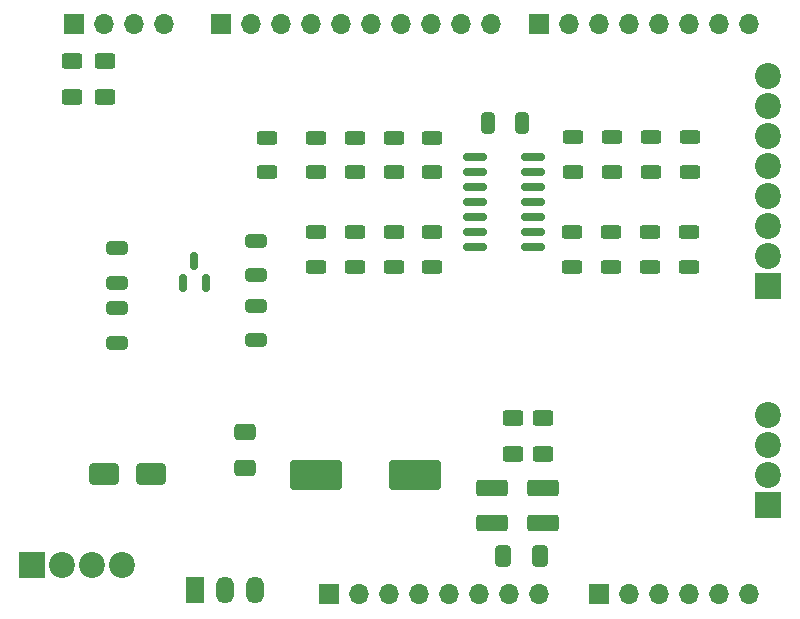
<source format=gts>
G04 #@! TF.GenerationSoftware,KiCad,Pcbnew,8.0.4*
G04 #@! TF.CreationDate,2024-08-25T09:48:11+02:00*
G04 #@! TF.ProjectId,RTC-Messbruecke-from-template,5254432d-4d65-4737-9362-727565636b65,rev?*
G04 #@! TF.SameCoordinates,Original*
G04 #@! TF.FileFunction,Soldermask,Top*
G04 #@! TF.FilePolarity,Negative*
%FSLAX46Y46*%
G04 Gerber Fmt 4.6, Leading zero omitted, Abs format (unit mm)*
G04 Created by KiCad (PCBNEW 8.0.4) date 2024-08-25 09:48:11*
%MOMM*%
%LPD*%
G01*
G04 APERTURE LIST*
G04 Aperture macros list*
%AMRoundRect*
0 Rectangle with rounded corners*
0 $1 Rounding radius*
0 $2 $3 $4 $5 $6 $7 $8 $9 X,Y pos of 4 corners*
0 Add a 4 corners polygon primitive as box body*
4,1,4,$2,$3,$4,$5,$6,$7,$8,$9,$2,$3,0*
0 Add four circle primitives for the rounded corners*
1,1,$1+$1,$2,$3*
1,1,$1+$1,$4,$5*
1,1,$1+$1,$6,$7*
1,1,$1+$1,$8,$9*
0 Add four rect primitives between the rounded corners*
20,1,$1+$1,$2,$3,$4,$5,0*
20,1,$1+$1,$4,$5,$6,$7,0*
20,1,$1+$1,$6,$7,$8,$9,0*
20,1,$1+$1,$8,$9,$2,$3,0*%
G04 Aperture macros list end*
%ADD10R,1.700000X1.700000*%
%ADD11O,1.700000X1.700000*%
%ADD12RoundRect,0.250000X0.625000X-0.312500X0.625000X0.312500X-0.625000X0.312500X-0.625000X-0.312500X0*%
%ADD13RoundRect,0.250000X-0.325000X-0.650000X0.325000X-0.650000X0.325000X0.650000X-0.325000X0.650000X0*%
%ADD14RoundRect,0.250000X0.625000X-0.400000X0.625000X0.400000X-0.625000X0.400000X-0.625000X-0.400000X0*%
%ADD15RoundRect,0.250001X-1.074999X0.462499X-1.074999X-0.462499X1.074999X-0.462499X1.074999X0.462499X0*%
%ADD16RoundRect,0.250000X-0.625000X0.312500X-0.625000X-0.312500X0.625000X-0.312500X0.625000X0.312500X0*%
%ADD17RoundRect,0.250000X-0.650000X0.325000X-0.650000X-0.325000X0.650000X-0.325000X0.650000X0.325000X0*%
%ADD18R,2.200000X2.200000*%
%ADD19C,2.200000*%
%ADD20RoundRect,0.250000X1.000000X0.650000X-1.000000X0.650000X-1.000000X-0.650000X1.000000X-0.650000X0*%
%ADD21RoundRect,0.150000X0.150000X-0.587500X0.150000X0.587500X-0.150000X0.587500X-0.150000X-0.587500X0*%
%ADD22RoundRect,0.250000X0.650000X-0.325000X0.650000X0.325000X-0.650000X0.325000X-0.650000X-0.325000X0*%
%ADD23RoundRect,0.250000X0.412500X0.650000X-0.412500X0.650000X-0.412500X-0.650000X0.412500X-0.650000X0*%
%ADD24RoundRect,0.250000X0.650000X-0.412500X0.650000X0.412500X-0.650000X0.412500X-0.650000X-0.412500X0*%
%ADD25RoundRect,0.150000X-0.825000X-0.150000X0.825000X-0.150000X0.825000X0.150000X-0.825000X0.150000X0*%
%ADD26R,1.500000X2.300000*%
%ADD27O,1.500000X2.300000*%
%ADD28RoundRect,0.250000X-1.950000X-1.000000X1.950000X-1.000000X1.950000X1.000000X-1.950000X1.000000X0*%
G04 APERTURE END LIST*
D10*
X127940000Y-97460000D03*
D11*
X130480000Y-97460000D03*
X133020000Y-97460000D03*
X135560000Y-97460000D03*
X138100000Y-97460000D03*
X140640000Y-97460000D03*
X143180000Y-97460000D03*
X145720000Y-97460000D03*
D10*
X150800000Y-97460000D03*
D11*
X153340000Y-97460000D03*
X155880000Y-97460000D03*
X158420000Y-97460000D03*
X160960000Y-97460000D03*
X163500000Y-97460000D03*
D10*
X118796000Y-49200000D03*
D11*
X121336000Y-49200000D03*
X123876000Y-49200000D03*
X126416000Y-49200000D03*
X128956000Y-49200000D03*
X131496000Y-49200000D03*
X134036000Y-49200000D03*
X136576000Y-49200000D03*
X139116000Y-49200000D03*
X141656000Y-49200000D03*
D10*
X145720000Y-49200000D03*
D11*
X148260000Y-49200000D03*
X150800000Y-49200000D03*
X153340000Y-49200000D03*
X155880000Y-49200000D03*
X158420000Y-49200000D03*
X160960000Y-49200000D03*
X163500000Y-49200000D03*
D12*
X133410000Y-61725000D03*
X133410000Y-58800000D03*
D10*
X106350000Y-49200000D03*
D11*
X108890000Y-49200000D03*
X111430000Y-49200000D03*
X113970000Y-49200000D03*
D13*
X141374999Y-57550000D03*
X144325001Y-57550000D03*
D12*
X148550000Y-69725000D03*
X148550000Y-66800000D03*
D14*
X146050000Y-85624000D03*
X146050000Y-82524000D03*
D15*
X146050000Y-88428500D03*
X146050000Y-91403500D03*
D14*
X143510000Y-85624000D03*
X143510000Y-82524000D03*
D16*
X130120000Y-58800000D03*
X130120000Y-61725000D03*
D17*
X121750000Y-73024999D03*
X121750000Y-75975001D03*
D18*
X165100000Y-71374001D03*
D19*
X165100000Y-68834001D03*
X165100000Y-66294002D03*
X165100000Y-63754001D03*
X165100000Y-61214001D03*
X165100000Y-58674001D03*
X165100000Y-56134001D03*
X165100000Y-53594000D03*
D14*
X106172000Y-55398000D03*
X106172000Y-52298000D03*
D18*
X102800000Y-95020000D03*
D19*
X105340000Y-95020000D03*
X107880000Y-95020000D03*
X110420000Y-95020000D03*
D12*
X151890000Y-61712500D03*
X151890000Y-58787500D03*
X155130000Y-69725000D03*
X155130000Y-66800000D03*
D16*
X158470000Y-58787500D03*
X158470000Y-61712500D03*
D20*
X112890000Y-87300000D03*
X108890000Y-87300000D03*
D21*
X115587500Y-71112500D03*
X117487500Y-71112500D03*
X116537500Y-69237499D03*
D12*
X130120000Y-69725000D03*
X130120000Y-66800000D03*
D16*
X136700000Y-58800000D03*
X136700000Y-61725000D03*
X155180000Y-58787500D03*
X155180000Y-61712500D03*
D12*
X136700000Y-69725000D03*
X136700000Y-66800000D03*
D17*
X110000000Y-73224999D03*
X110000000Y-76175001D03*
D15*
X141732000Y-88428500D03*
X141732000Y-91403500D03*
D22*
X121750000Y-70475001D03*
X121750000Y-67524999D03*
D12*
X158420000Y-69725000D03*
X158420000Y-66800000D03*
D16*
X151840000Y-66800000D03*
X151840000Y-69725000D03*
D23*
X145834500Y-94234000D03*
X142709500Y-94234000D03*
D24*
X120800000Y-86812500D03*
X120800000Y-83687500D03*
D18*
X165100000Y-89916000D03*
D19*
X165100000Y-87376000D03*
X165100000Y-84836001D03*
X165100000Y-82296000D03*
D16*
X148600000Y-58787500D03*
X148600000Y-61712500D03*
X133410000Y-66800000D03*
X133410000Y-69725000D03*
D25*
X140273000Y-60452000D03*
X140273000Y-61722000D03*
X140273000Y-62992000D03*
X140273000Y-64262000D03*
X140273000Y-65532000D03*
X140273000Y-66802000D03*
X140273000Y-68072000D03*
X145223000Y-68072000D03*
X145223000Y-66802000D03*
X145223000Y-65532000D03*
X145223000Y-64262000D03*
X145223000Y-62992000D03*
X145223000Y-61722000D03*
X145223000Y-60452000D03*
D26*
X116603000Y-97127500D03*
D27*
X119143000Y-97127500D03*
X121683000Y-97127500D03*
D14*
X108966000Y-55398000D03*
X108966000Y-52298000D03*
D12*
X126830000Y-69725000D03*
X126830000Y-66800000D03*
D16*
X126830000Y-58800000D03*
X126830000Y-61725000D03*
D22*
X110000000Y-71100000D03*
X110000000Y-68149998D03*
D28*
X126864000Y-87376000D03*
X135264000Y-87376000D03*
D16*
X122700000Y-58800000D03*
X122700000Y-61725000D03*
M02*

</source>
